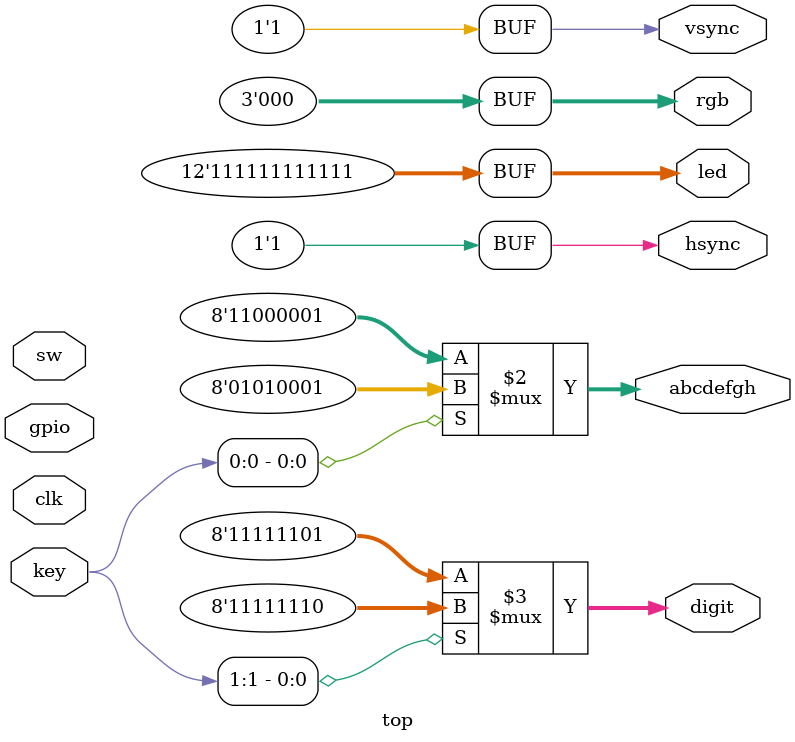
<source format=sv>
module top
(
    input         clk,
    input  [ 3:0] key,
    input  [ 7:0] sw,
    output [11:0] led,

    output [ 7:0] abcdefgh,
    output [ 7:0] digit,

    output        vsync,
    output        hsync,
    output [ 2:0] rgb,

    inout  [18:0] gpio
);

    wire reset = ~ key [3];

    assign led    = 12'hfff;
    assign hsync  = 1'b1;
    assign vsync  = 1'b1;
    assign rgb    = 3'b0;

    //   --a--
    //  |     |
    //  f     b
    //  |     |
    //   --g--
    //  |     |
    //  e     c
    //  |     |
    //   --d--  h
    //
    //  0 means light

    typedef enum bit [7:0]
    {
        A = 8'b00010001,
        B = 8'b11000001,
        C = 8'b01100011,
        K = 8'b01010001,
        U = 8'b10000011
    }
    seven_seg_encoding_e;

    assign abcdefgh = key [0] ? K : B;
    assign digit    = key [1] ? 8'b1111_1110 : 8'b1111_1101;

    // Exercise 1: Display the first letters
    // of your first name and last name instead.

    // assign abcdefgh = ...
    // assign digit    = ...

    // Exercise 2: Display letters of a 4-character word
    // using this code to display letter of AUCA as an example

    /*
    seven_seg_encoding_e letter;

    always_comb
      case (key)
      4'b0111: letter = A;
      4'b1011: letter = U;
      4'b1101: letter = C;
      4'b1110: letter = A;
      default: letter = K;
      endcase

    assign abcdefgh = letter;
    assign digit    = key == 4'b1111 ? 8'h00 : { key, key };
    */

endmodule

</source>
